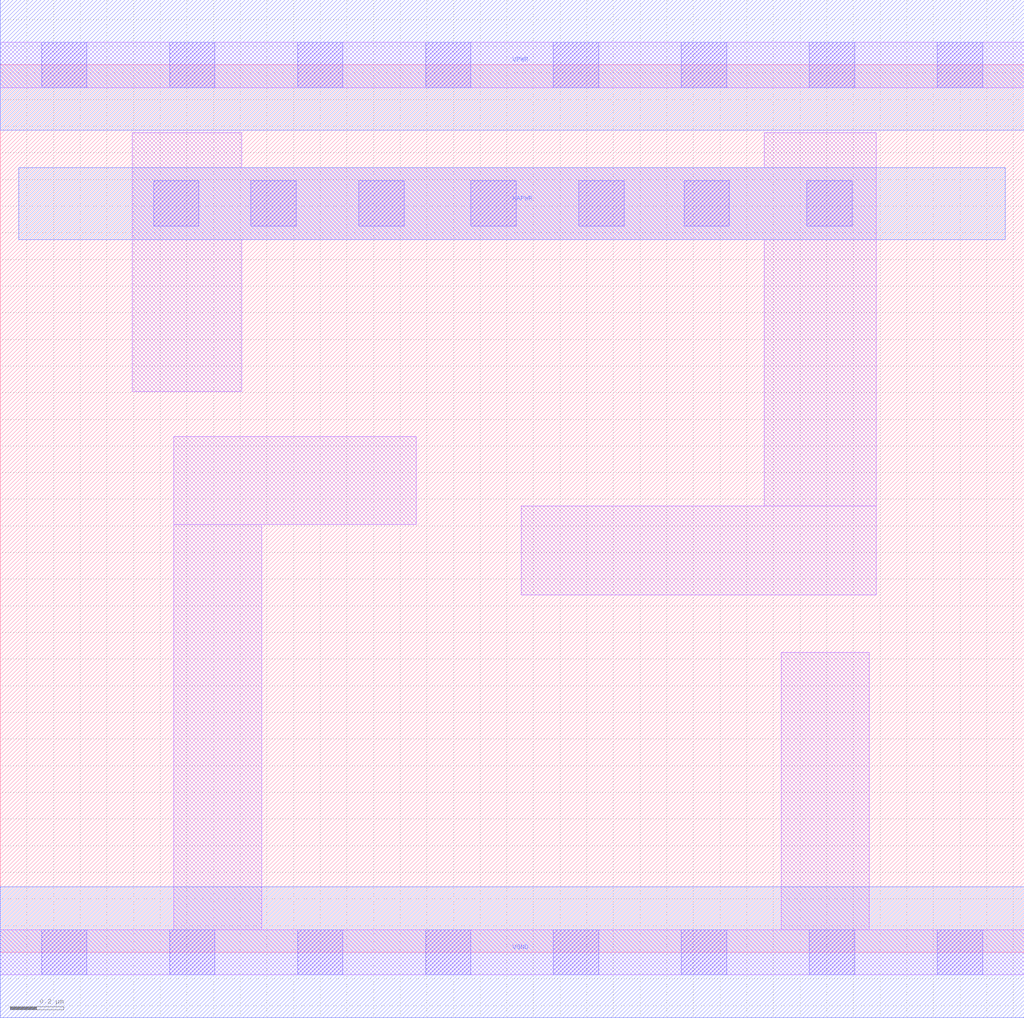
<source format=lef>
# Copyright 2020 The SkyWater PDK Authors
#
# Licensed under the Apache License, Version 2.0 (the "License");
# you may not use this file except in compliance with the License.
# You may obtain a copy of the License at
#
#     https://www.apache.org/licenses/LICENSE-2.0
#
# Unless required by applicable law or agreed to in writing, software
# distributed under the License is distributed on an "AS IS" BASIS,
# WITHOUT WARRANTIES OR CONDITIONS OF ANY KIND, either express or implied.
# See the License for the specific language governing permissions and
# limitations under the License.
#
# SPDX-License-Identifier: Apache-2.0

VERSION 5.7 ;
  NAMESCASESENSITIVE ON ;
  NOWIREEXTENSIONATPIN ON ;
  DIVIDERCHAR "/" ;
  BUSBITCHARS "[]" ;
UNITS
  DATABASE MICRONS 200 ;
END UNITS
MACRO sky130_fd_sc_lp__decapkapwr_8
  CLASS CORE SPACER ;
  SOURCE USER ;
  FOREIGN sky130_fd_sc_lp__decapkapwr_8 ;
  ORIGIN  0.000000  0.000000 ;
  SIZE  3.840000 BY  3.330000 ;
  SYMMETRY X Y R90 ;
  SITE unit ;
  PIN KAPWR
    DIRECTION INOUT ;
    USE POWER ;
    PORT
      LAYER met1 ;
        RECT 0.070000 2.675000 3.770000 2.945000 ;
    END
  END KAPWR
  PIN VGND
    DIRECTION INOUT ;
    USE GROUND ;
    PORT
      LAYER met1 ;
        RECT 0.000000 -0.245000 3.840000 0.245000 ;
    END
  END VGND
  PIN VPWR
    DIRECTION INOUT ;
    USE POWER ;
    PORT
      LAYER met1 ;
        RECT 0.000000 3.085000 3.840000 3.575000 ;
    END
  END VPWR
  OBS
    LAYER li1 ;
      RECT 0.000000 -0.085000 3.840000 0.085000 ;
      RECT 0.000000  3.245000 3.840000 3.415000 ;
      RECT 0.495000  2.105000 0.905000 2.675000 ;
      RECT 0.495000  2.675000 3.285000 2.945000 ;
      RECT 0.495000  2.945000 0.905000 3.075000 ;
      RECT 0.650000  0.085000 0.980000 1.605000 ;
      RECT 0.650000  1.605000 1.560000 1.935000 ;
      RECT 1.955000  1.340000 3.285000 1.675000 ;
      RECT 2.865000  1.675000 3.285000 2.675000 ;
      RECT 2.865000  2.945000 3.285000 3.075000 ;
      RECT 2.930000  0.085000 3.260000 1.125000 ;
    LAYER mcon ;
      RECT 0.155000 -0.085000 0.325000 0.085000 ;
      RECT 0.155000  3.245000 0.325000 3.415000 ;
      RECT 0.575000  2.725000 0.745000 2.895000 ;
      RECT 0.635000 -0.085000 0.805000 0.085000 ;
      RECT 0.635000  3.245000 0.805000 3.415000 ;
      RECT 0.940000  2.725000 1.110000 2.895000 ;
      RECT 1.115000 -0.085000 1.285000 0.085000 ;
      RECT 1.115000  3.245000 1.285000 3.415000 ;
      RECT 1.345000  2.725000 1.515000 2.895000 ;
      RECT 1.595000 -0.085000 1.765000 0.085000 ;
      RECT 1.595000  3.245000 1.765000 3.415000 ;
      RECT 1.765000  2.725000 1.935000 2.895000 ;
      RECT 2.075000 -0.085000 2.245000 0.085000 ;
      RECT 2.075000  3.245000 2.245000 3.415000 ;
      RECT 2.170000  2.725000 2.340000 2.895000 ;
      RECT 2.555000 -0.085000 2.725000 0.085000 ;
      RECT 2.555000  3.245000 2.725000 3.415000 ;
      RECT 2.565000  2.725000 2.735000 2.895000 ;
      RECT 3.025000  2.725000 3.195000 2.895000 ;
      RECT 3.035000 -0.085000 3.205000 0.085000 ;
      RECT 3.035000  3.245000 3.205000 3.415000 ;
      RECT 3.515000 -0.085000 3.685000 0.085000 ;
      RECT 3.515000  3.245000 3.685000 3.415000 ;
  END
END sky130_fd_sc_lp__decapkapwr_8
END LIBRARY

</source>
